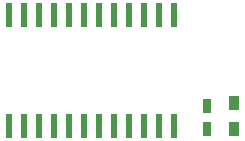
<source format=gbr>
G04 #@! TF.GenerationSoftware,KiCad,Pcbnew,(5.0.0)*
G04 #@! TF.CreationDate,2018-10-04T20:22:30-05:00*
G04 #@! TF.ProjectId,Binary_Display,42696E6172795F446973706C61792E6B,rev?*
G04 #@! TF.SameCoordinates,Original*
G04 #@! TF.FileFunction,Paste,Top*
G04 #@! TF.FilePolarity,Positive*
%FSLAX46Y46*%
G04 Gerber Fmt 4.6, Leading zero omitted, Abs format (unit mm)*
G04 Created by KiCad (PCBNEW (5.0.0)) date 10/04/18 20:22:30*
%MOMM*%
%LPD*%
G01*
G04 APERTURE LIST*
%ADD10R,0.600000X2.000000*%
%ADD11R,0.750000X1.200000*%
%ADD12R,0.900000X1.200000*%
G04 APERTURE END LIST*
D10*
G04 #@! TO.C,U1*
X176276000Y-131064000D03*
X175006000Y-131064000D03*
X173736000Y-131064000D03*
X172466000Y-131064000D03*
X171196000Y-131064000D03*
X169926000Y-131064000D03*
X168656000Y-131064000D03*
X167386000Y-131064000D03*
X166116000Y-131064000D03*
X164846000Y-131064000D03*
X163576000Y-131064000D03*
X162306000Y-131064000D03*
X162306000Y-140464000D03*
X163576000Y-140464000D03*
X164846000Y-140464000D03*
X166116000Y-140464000D03*
X167386000Y-140464000D03*
X168656000Y-140464000D03*
X169926000Y-140464000D03*
X171196000Y-140464000D03*
X172466000Y-140464000D03*
X173736000Y-140464000D03*
X175006000Y-140464000D03*
X176276000Y-140464000D03*
G04 #@! TD*
D11*
G04 #@! TO.C,C1*
X179070000Y-140716000D03*
X179070000Y-138816000D03*
G04 #@! TD*
D12*
G04 #@! TO.C,R1*
X181356000Y-140716000D03*
X181356000Y-138516000D03*
G04 #@! TD*
M02*

</source>
